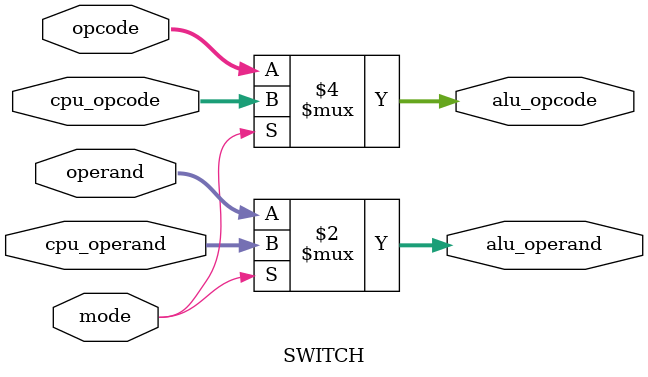
<source format=v>

`define default_netname none

module SWITCH (
    // 스위치 포트
    input wire mode,
    
    // 외부 데이터 주입
    input wire [2:0] opcode,
    input wire [7:0] operand,

    // CPU 제어
    input wire [2:0] cpu_opcode,
    input wire [7:0] cpu_operand,

    // ALU 제어
    output wire [2:0] alu_opcode,
    output wire [7:0] alu_operand
    );

    // SWITCH
    assign alu_operand = (mode == 1'b1) ? cpu_operand : operand;
    assign alu_opcode = (mode == 1'b1) ? cpu_opcode : opcode;
endmodule
</source>
